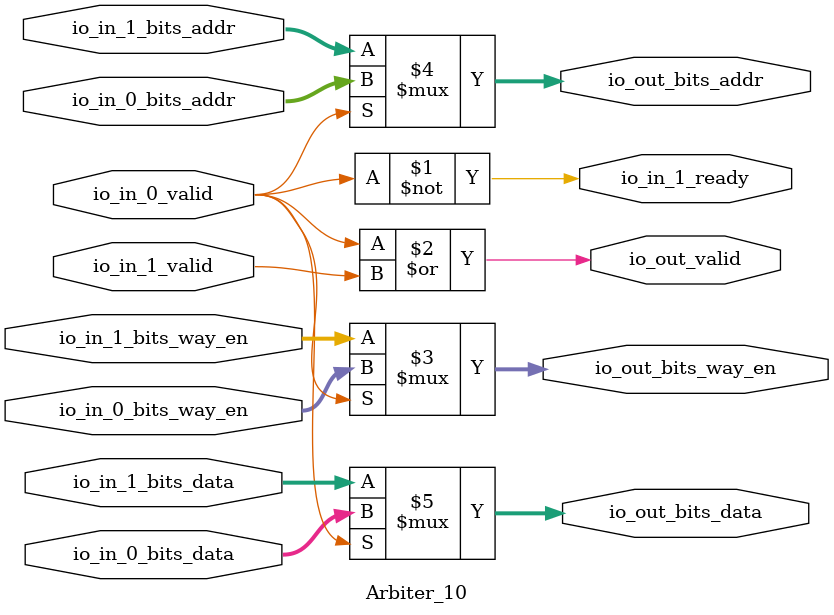
<source format=sv>
`ifndef RANDOMIZE
  `ifdef RANDOMIZE_MEM_INIT
    `define RANDOMIZE
  `endif // RANDOMIZE_MEM_INIT
`endif // not def RANDOMIZE
`ifndef RANDOMIZE
  `ifdef RANDOMIZE_REG_INIT
    `define RANDOMIZE
  `endif // RANDOMIZE_REG_INIT
`endif // not def RANDOMIZE

`ifndef RANDOM
  `define RANDOM $random
`endif // not def RANDOM

// Users can define INIT_RANDOM as general code that gets injected into the
// initializer block for modules with registers.
`ifndef INIT_RANDOM
  `define INIT_RANDOM
`endif // not def INIT_RANDOM

// If using random initialization, you can also define RANDOMIZE_DELAY to
// customize the delay used, otherwise 0.002 is used.
`ifndef RANDOMIZE_DELAY
  `define RANDOMIZE_DELAY 0.002
`endif // not def RANDOMIZE_DELAY

// Define INIT_RANDOM_PROLOG_ for use in our modules below.
`ifndef INIT_RANDOM_PROLOG_
  `ifdef RANDOMIZE
    `ifdef VERILATOR
      `define INIT_RANDOM_PROLOG_ `INIT_RANDOM
    `else  // VERILATOR
      `define INIT_RANDOM_PROLOG_ `INIT_RANDOM #`RANDOMIZE_DELAY begin end
    `endif // VERILATOR
  `else  // RANDOMIZE
    `define INIT_RANDOM_PROLOG_
  `endif // RANDOMIZE
`endif // not def INIT_RANDOM_PROLOG_

// Include register initializers in init blocks unless synthesis is set
`ifndef SYNTHESIS
  `ifndef ENABLE_INITIAL_REG_
    `define ENABLE_INITIAL_REG_
  `endif // not def ENABLE_INITIAL_REG_
`endif // not def SYNTHESIS

// Include rmemory initializers in init blocks unless synthesis is set
`ifndef SYNTHESIS
  `ifndef ENABLE_INITIAL_MEM_
    `define ENABLE_INITIAL_MEM_
  `endif // not def ENABLE_INITIAL_MEM_
`endif // not def SYNTHESIS

// Standard header to adapt well known macros for prints and assertions.

// Users can define 'PRINTF_COND' to add an extra gate to prints.
`ifndef PRINTF_COND_
  `ifdef PRINTF_COND
    `define PRINTF_COND_ (`PRINTF_COND)
  `else  // PRINTF_COND
    `define PRINTF_COND_ 1
  `endif // PRINTF_COND
`endif // not def PRINTF_COND_

// Users can define 'ASSERT_VERBOSE_COND' to add an extra gate to assert error printing.
`ifndef ASSERT_VERBOSE_COND_
  `ifdef ASSERT_VERBOSE_COND
    `define ASSERT_VERBOSE_COND_ (`ASSERT_VERBOSE_COND)
  `else  // ASSERT_VERBOSE_COND
    `define ASSERT_VERBOSE_COND_ 1
  `endif // ASSERT_VERBOSE_COND
`endif // not def ASSERT_VERBOSE_COND_

// Users can define 'STOP_COND' to add an extra gate to stop conditions.
`ifndef STOP_COND_
  `ifdef STOP_COND
    `define STOP_COND_ (`STOP_COND)
  `else  // STOP_COND
    `define STOP_COND_ 1
  `endif // STOP_COND
`endif // not def STOP_COND_

module Arbiter_10(
  input         io_in_0_valid,	// @[src/main/scala/chisel3/util/Arbiter.scala:134:14]
  input  [3:0]  io_in_0_bits_way_en,	// @[src/main/scala/chisel3/util/Arbiter.scala:134:14]
  input  [11:0] io_in_0_bits_addr,	// @[src/main/scala/chisel3/util/Arbiter.scala:134:14]
  input  [63:0] io_in_0_bits_data,	// @[src/main/scala/chisel3/util/Arbiter.scala:134:14]
  output        io_in_1_ready,	// @[src/main/scala/chisel3/util/Arbiter.scala:134:14]
  input         io_in_1_valid,	// @[src/main/scala/chisel3/util/Arbiter.scala:134:14]
  input  [3:0]  io_in_1_bits_way_en,	// @[src/main/scala/chisel3/util/Arbiter.scala:134:14]
  input  [11:0] io_in_1_bits_addr,	// @[src/main/scala/chisel3/util/Arbiter.scala:134:14]
  input  [63:0] io_in_1_bits_data,	// @[src/main/scala/chisel3/util/Arbiter.scala:134:14]
  output        io_out_valid,	// @[src/main/scala/chisel3/util/Arbiter.scala:134:14]
  output [3:0]  io_out_bits_way_en,	// @[src/main/scala/chisel3/util/Arbiter.scala:134:14]
  output [11:0] io_out_bits_addr,	// @[src/main/scala/chisel3/util/Arbiter.scala:134:14]
  output [63:0] io_out_bits_data	// @[src/main/scala/chisel3/util/Arbiter.scala:134:14]
);

  assign io_in_1_ready = ~io_in_0_valid;	// @[src/main/scala/chisel3/util/Arbiter.scala:45:78]
  assign io_out_valid = io_in_0_valid | io_in_1_valid;	// @[src/main/scala/chisel3/util/Arbiter.scala:148:31]
  assign io_out_bits_way_en = io_in_0_valid ? io_in_0_bits_way_en : io_in_1_bits_way_en;	// @[src/main/scala/chisel3/util/Arbiter.scala:137:15, :139:26, :141:19]
  assign io_out_bits_addr = io_in_0_valid ? io_in_0_bits_addr : io_in_1_bits_addr;	// @[src/main/scala/chisel3/util/Arbiter.scala:137:15, :139:26, :141:19]
  assign io_out_bits_data = io_in_0_valid ? io_in_0_bits_data : io_in_1_bits_data;	// @[src/main/scala/chisel3/util/Arbiter.scala:137:15, :139:26, :141:19]
endmodule


</source>
